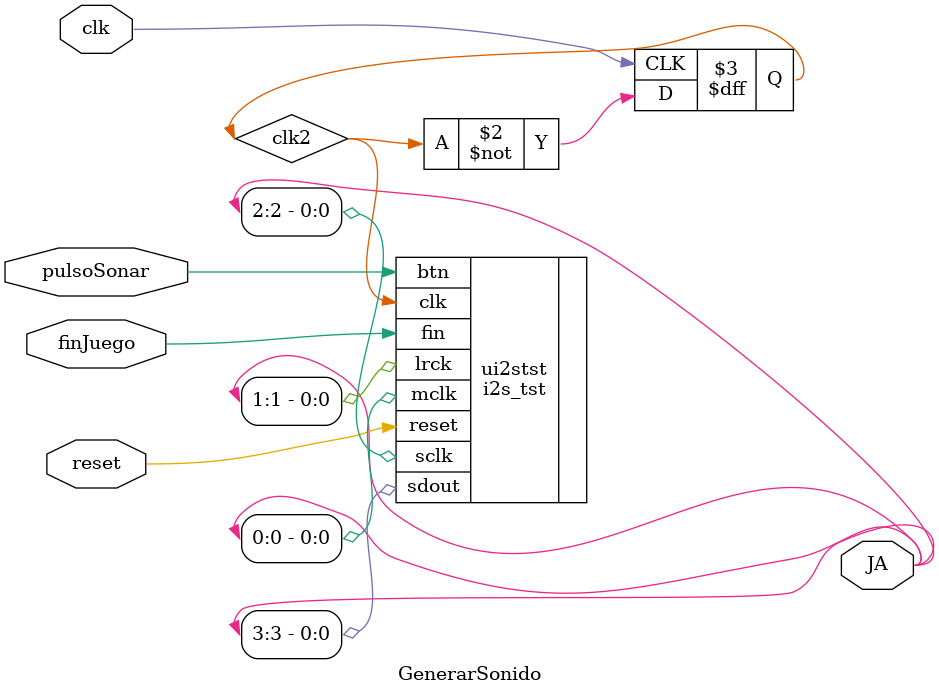
<source format=v>
`timescale 1ns / 1ps
module GenerarSonido(
	input clk,
	input reset,
	input wire pulsoSonar,
	input wire finJuego,
	output [3:0] JA		// Digilent socket JA - I2S DAC
    );
	 
	// Clock divider
	reg clk2;
	always @(posedge clk)
		clk2 <= ~clk2;
	
	
	// Instance of I2S test module
	i2s_tst
		ui2stst(.clk(clk2), .reset(reset), //este reset no se ocupa, ahorita lo quito
			.btn(pulsoSonar),
			.fin(finJuego),
			.mclk(JA[0]),
			.sclk(JA[2]),
			.lrck(JA[1]),
			.sdout(JA[3])
		);	 
endmodule

</source>
